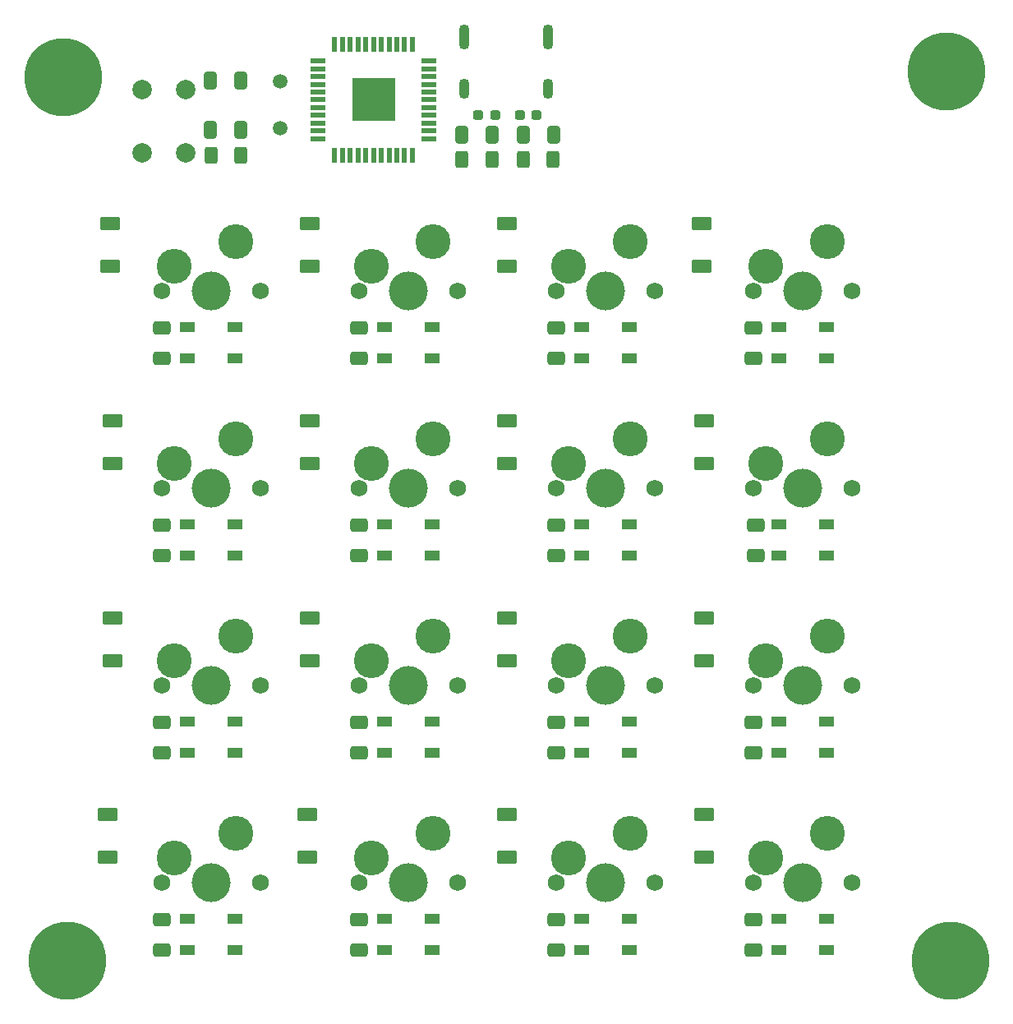
<source format=gbs>
%TF.GenerationSoftware,KiCad,Pcbnew,7.0.1*%
%TF.CreationDate,2023-05-22T14:58:10-04:00*%
%TF.ProjectId,MacroPad,4d616372-6f50-4616-942e-6b696361645f,rev?*%
%TF.SameCoordinates,Original*%
%TF.FileFunction,Soldermask,Bot*%
%TF.FilePolarity,Negative*%
%FSLAX46Y46*%
G04 Gerber Fmt 4.6, Leading zero omitted, Abs format (unit mm)*
G04 Created by KiCad (PCBNEW 7.0.1) date 2023-05-22 14:58:10*
%MOMM*%
%LPD*%
G01*
G04 APERTURE LIST*
G04 Aperture macros list*
%AMRoundRect*
0 Rectangle with rounded corners*
0 $1 Rounding radius*
0 $2 $3 $4 $5 $6 $7 $8 $9 X,Y pos of 4 corners*
0 Add a 4 corners polygon primitive as box body*
4,1,4,$2,$3,$4,$5,$6,$7,$8,$9,$2,$3,0*
0 Add four circle primitives for the rounded corners*
1,1,$1+$1,$2,$3*
1,1,$1+$1,$4,$5*
1,1,$1+$1,$6,$7*
1,1,$1+$1,$8,$9*
0 Add four rect primitives between the rounded corners*
20,1,$1+$1,$2,$3,$4,$5,0*
20,1,$1+$1,$4,$5,$6,$7,0*
20,1,$1+$1,$6,$7,$8,$9,0*
20,1,$1+$1,$8,$9,$2,$3,0*%
G04 Aperture macros list end*
%ADD10C,1.750000*%
%ADD11C,4.000000*%
%ADD12C,3.600000*%
%ADD13R,1.500000X1.000000*%
%ADD14C,0.900000*%
%ADD15C,8.000000*%
%ADD16O,1.100000X2.100000*%
%ADD17O,1.100000X2.600000*%
%ADD18RoundRect,0.250000X-0.800000X0.450000X-0.800000X-0.450000X0.800000X-0.450000X0.800000X0.450000X0*%
%ADD19R,0.550000X1.500000*%
%ADD20R,1.500000X0.550000*%
%ADD21R,4.500000X4.500000*%
%ADD22RoundRect,0.250000X-0.650000X0.412500X-0.650000X-0.412500X0.650000X-0.412500X0.650000X0.412500X0*%
%ADD23C,1.500000*%
%ADD24RoundRect,0.250000X-0.412500X-0.650000X0.412500X-0.650000X0.412500X0.650000X-0.412500X0.650000X0*%
%ADD25RoundRect,0.237500X0.287500X0.237500X-0.287500X0.237500X-0.287500X-0.237500X0.287500X-0.237500X0*%
%ADD26RoundRect,0.250000X0.400000X0.625000X-0.400000X0.625000X-0.400000X-0.625000X0.400000X-0.625000X0*%
%ADD27C,2.000000*%
%ADD28RoundRect,0.250000X0.412500X0.650000X-0.412500X0.650000X-0.412500X-0.650000X0.412500X-0.650000X0*%
%ADD29RoundRect,0.237500X-0.287500X-0.237500X0.287500X-0.237500X0.287500X0.237500X-0.287500X0.237500X0*%
%ADD30RoundRect,0.250000X-0.400000X-0.625000X0.400000X-0.625000X0.400000X0.625000X-0.400000X0.625000X0*%
G04 APERTURE END LIST*
D10*
X109220000Y-73660000D03*
D11*
X114300000Y-73660000D03*
D10*
X119380000Y-73660000D03*
D12*
X110490000Y-71120000D03*
X116840000Y-68580000D03*
D10*
X129540000Y-73660000D03*
D11*
X134620000Y-73660000D03*
D10*
X139700000Y-73660000D03*
D12*
X130810000Y-71120000D03*
X137160000Y-68580000D03*
X157480000Y-68580000D03*
X151130000Y-71120000D03*
D10*
X160020000Y-73660000D03*
D11*
X154940000Y-73660000D03*
D10*
X149860000Y-73660000D03*
X149860000Y-93980000D03*
D11*
X154940000Y-93980000D03*
D10*
X160020000Y-93980000D03*
D12*
X151130000Y-91440000D03*
X157480000Y-88900000D03*
D10*
X129540000Y-93980000D03*
D11*
X134620000Y-93980000D03*
D10*
X139700000Y-93980000D03*
D12*
X130810000Y-91440000D03*
X137160000Y-88900000D03*
D13*
X91530000Y-118034000D03*
X91530000Y-121234000D03*
X96430000Y-121234000D03*
X96430000Y-118034000D03*
D14*
X167180000Y-142658680D03*
X168058680Y-140537360D03*
X168058680Y-144780000D03*
X170180000Y-139658680D03*
D15*
X170180000Y-142658680D03*
D14*
X170180000Y-145658680D03*
X172301320Y-140537360D03*
X172301320Y-144780000D03*
X173180000Y-142658680D03*
D10*
X149860000Y-134620000D03*
D11*
X154940000Y-134620000D03*
D10*
X160020000Y-134620000D03*
D12*
X151130000Y-132080000D03*
X157480000Y-129540000D03*
D10*
X88900000Y-73660000D03*
D11*
X93980000Y-73660000D03*
D10*
X99060000Y-73660000D03*
D12*
X90170000Y-71120000D03*
X96520000Y-68580000D03*
D13*
X152490000Y-118034000D03*
X152490000Y-121234000D03*
X157390000Y-121234000D03*
X157390000Y-118034000D03*
D10*
X88900000Y-134620000D03*
D11*
X93980000Y-134620000D03*
D10*
X99060000Y-134620000D03*
D12*
X90170000Y-132080000D03*
X96520000Y-129540000D03*
D13*
X132170000Y-138354000D03*
X132170000Y-141554000D03*
X137070000Y-141554000D03*
X137070000Y-138354000D03*
D10*
X149860000Y-114300000D03*
D11*
X154940000Y-114300000D03*
D10*
X160020000Y-114300000D03*
D12*
X151130000Y-111760000D03*
X157480000Y-109220000D03*
D10*
X129540000Y-114300000D03*
D11*
X134620000Y-114300000D03*
D10*
X139700000Y-114300000D03*
D12*
X130810000Y-111760000D03*
X137160000Y-109220000D03*
D13*
X152490000Y-97714000D03*
X152490000Y-100914000D03*
X157390000Y-100914000D03*
X157390000Y-97714000D03*
X111850000Y-97714000D03*
X111850000Y-100914000D03*
X116750000Y-100914000D03*
X116750000Y-97714000D03*
D14*
X75740000Y-51639000D03*
X76618680Y-49517680D03*
X76618680Y-53760320D03*
X78740000Y-48639000D03*
D15*
X78740000Y-51639000D03*
D14*
X78740000Y-54639000D03*
X80861320Y-49517680D03*
X80861320Y-53760320D03*
X81740000Y-51639000D03*
D10*
X109220000Y-134620000D03*
D11*
X114300000Y-134620000D03*
D10*
X119380000Y-134620000D03*
D12*
X110490000Y-132080000D03*
X116840000Y-129540000D03*
D13*
X111850000Y-138354000D03*
X111850000Y-141554000D03*
X116750000Y-141554000D03*
X116750000Y-138354000D03*
D10*
X109220000Y-93980000D03*
D11*
X114300000Y-93980000D03*
D10*
X119380000Y-93980000D03*
D12*
X110490000Y-91440000D03*
X116840000Y-88900000D03*
D16*
X128732000Y-52858000D03*
D17*
X128732000Y-47498000D03*
D16*
X120092000Y-52858000D03*
D17*
X120092000Y-47498000D03*
D10*
X88900000Y-114300000D03*
D11*
X93980000Y-114300000D03*
D10*
X99060000Y-114300000D03*
D12*
X90170000Y-111760000D03*
X96520000Y-109220000D03*
D13*
X152490000Y-77394000D03*
X152490000Y-80594000D03*
X157390000Y-80594000D03*
X157390000Y-77394000D03*
X91530000Y-77394000D03*
X91530000Y-80594000D03*
X96430000Y-80594000D03*
X96430000Y-77394000D03*
X132170000Y-118034000D03*
X132170000Y-121234000D03*
X137070000Y-121234000D03*
X137070000Y-118034000D03*
X91530000Y-97714000D03*
X91530000Y-100914000D03*
X96430000Y-100914000D03*
X96430000Y-97714000D03*
X91530000Y-138354000D03*
X91530000Y-141554000D03*
X96430000Y-141554000D03*
X96430000Y-138354000D03*
D10*
X129540000Y-134620000D03*
D11*
X134620000Y-134620000D03*
D10*
X139700000Y-134620000D03*
D12*
X130810000Y-132080000D03*
X137160000Y-129540000D03*
D13*
X152490000Y-138354000D03*
X152490000Y-141554000D03*
X157390000Y-141554000D03*
X157390000Y-138354000D03*
X111850000Y-118034000D03*
X111850000Y-121234000D03*
X116750000Y-121234000D03*
X116750000Y-118034000D03*
X132170000Y-77394000D03*
X132170000Y-80594000D03*
X137070000Y-80594000D03*
X137070000Y-77394000D03*
D10*
X88900000Y-93980000D03*
D11*
X93980000Y-93980000D03*
D10*
X99060000Y-93980000D03*
D12*
X90170000Y-91440000D03*
X96520000Y-88900000D03*
D13*
X111850000Y-77394000D03*
X111850000Y-80594000D03*
X116750000Y-80594000D03*
X116750000Y-77394000D03*
D10*
X109220000Y-114300000D03*
D11*
X114300000Y-114300000D03*
D10*
X119380000Y-114300000D03*
D12*
X110490000Y-111760000D03*
X116840000Y-109220000D03*
D14*
X76158680Y-142658680D03*
X77037360Y-140537360D03*
X77037360Y-144780000D03*
X79158680Y-139658680D03*
D15*
X79158680Y-142658680D03*
D14*
X79158680Y-145658680D03*
X81280000Y-140537360D03*
X81280000Y-144780000D03*
X82158680Y-142658680D03*
D13*
X132170000Y-97714000D03*
X132170000Y-100914000D03*
X137070000Y-100914000D03*
X137070000Y-97714000D03*
D14*
X166761320Y-51026320D03*
X167640000Y-48905000D03*
X167640000Y-53147640D03*
X169761320Y-48026320D03*
D15*
X169761320Y-51026320D03*
D14*
X169761320Y-54026320D03*
X171882640Y-48905000D03*
X171882640Y-53147640D03*
X172761320Y-51026320D03*
D18*
X104140000Y-66720000D03*
X104140000Y-71120000D03*
X124460000Y-107360000D03*
X124460000Y-111760000D03*
X104140000Y-107360000D03*
X104140000Y-111760000D03*
D19*
X114744000Y-59661000D03*
X113944000Y-59661000D03*
X113144000Y-59661000D03*
X112344000Y-59661000D03*
X111544000Y-59661000D03*
X110744000Y-59661000D03*
X109944000Y-59661000D03*
X109144000Y-59661000D03*
X108344000Y-59661000D03*
X107544000Y-59661000D03*
X106744000Y-59661000D03*
D20*
X105044000Y-57961000D03*
X105044000Y-57161000D03*
X105044000Y-56361000D03*
X105044000Y-55561000D03*
X105044000Y-54761000D03*
X105044000Y-53961000D03*
X105044000Y-53161000D03*
X105044000Y-52361000D03*
X105044000Y-51561000D03*
X105044000Y-50761000D03*
X105044000Y-49961000D03*
D19*
X106744000Y-48261000D03*
X107544000Y-48261000D03*
X108344000Y-48261000D03*
X109144000Y-48261000D03*
X109944000Y-48261000D03*
X110744000Y-48261000D03*
X111544000Y-48261000D03*
X112344000Y-48261000D03*
X113144000Y-48261000D03*
X113944000Y-48261000D03*
X114744000Y-48261000D03*
D20*
X116444000Y-49961000D03*
X116444000Y-50761000D03*
X116444000Y-51561000D03*
X116444000Y-52361000D03*
X116444000Y-53161000D03*
X116444000Y-53961000D03*
X116444000Y-54761000D03*
X116444000Y-55561000D03*
X116444000Y-56361000D03*
X116444000Y-57161000D03*
X116444000Y-57961000D03*
D21*
X110744000Y-53961000D03*
D22*
X129540000Y-97751500D03*
X129540000Y-100876500D03*
D23*
X101116000Y-52019000D03*
X101116000Y-56899000D03*
D18*
X83820000Y-107360000D03*
X83820000Y-111760000D03*
D24*
X93965500Y-51939000D03*
X97090500Y-51939000D03*
D18*
X104140000Y-87040000D03*
X104140000Y-91440000D03*
D22*
X129540000Y-77431500D03*
X129540000Y-80556500D03*
D18*
X144780000Y-127594000D03*
X144780000Y-131994000D03*
D22*
X88900000Y-97751500D03*
X88900000Y-100876500D03*
X149860000Y-138391500D03*
X149860000Y-141516500D03*
X109220000Y-118071500D03*
X109220000Y-121196500D03*
X149860000Y-118071500D03*
X149860000Y-121196500D03*
D25*
X127582500Y-55509000D03*
X125832500Y-55509000D03*
D26*
X122962000Y-60081000D03*
X119862000Y-60081000D03*
D18*
X124460000Y-87040000D03*
X124460000Y-91440000D03*
X144780000Y-107360000D03*
X144780000Y-111760000D03*
X103886000Y-127594000D03*
X103886000Y-131994000D03*
D22*
X88900000Y-77431500D03*
X88900000Y-80556500D03*
X129540000Y-138391500D03*
X129540000Y-141516500D03*
X109220000Y-77431500D03*
X109220000Y-80556500D03*
X109220000Y-138391500D03*
X109220000Y-141516500D03*
X149860000Y-77431500D03*
X149860000Y-80556500D03*
D24*
X126161000Y-57541000D03*
X129286000Y-57541000D03*
D18*
X83566000Y-66720000D03*
X83566000Y-71120000D03*
D22*
X129540000Y-118071500D03*
X129540000Y-121196500D03*
D27*
X86892000Y-52945000D03*
X86892000Y-59445000D03*
X91392000Y-52945000D03*
X91392000Y-59445000D03*
D22*
X88900000Y-138391500D03*
X88900000Y-141516500D03*
X150114000Y-97751500D03*
X150114000Y-100876500D03*
D18*
X124460000Y-127594000D03*
X124460000Y-131994000D03*
D24*
X93965500Y-57019000D03*
X97090500Y-57019000D03*
D28*
X122936000Y-57541000D03*
X119811000Y-57541000D03*
D18*
X144526000Y-66720000D03*
X144526000Y-71120000D03*
X83312000Y-127594000D03*
X83312000Y-131994000D03*
D22*
X88900000Y-118071500D03*
X88900000Y-121196500D03*
D18*
X144780000Y-87040000D03*
X144780000Y-91440000D03*
D26*
X129273500Y-60081000D03*
X126173500Y-60081000D03*
D29*
X121553000Y-55509000D03*
X123303000Y-55509000D03*
D30*
X93978000Y-59690000D03*
X97078000Y-59690000D03*
D18*
X83820000Y-87040000D03*
X83820000Y-91440000D03*
X124460000Y-66720000D03*
X124460000Y-71120000D03*
D22*
X109220000Y-97751500D03*
X109220000Y-100876500D03*
M02*

</source>
